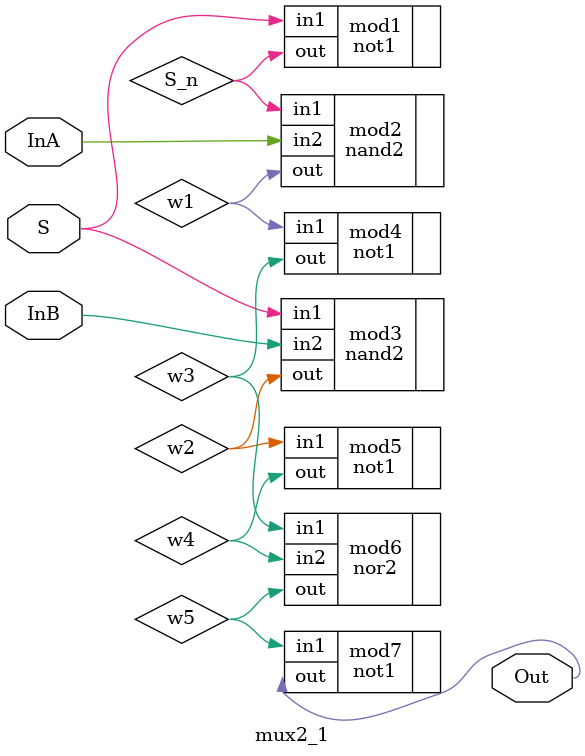
<source format=v>
module mux2_1(InA, InB, S, Out);
    input InA, InB, S;
    output Out;
    wire S, S_n, w1, w2, w3, w4, w5;
    not1 mod1(.in1(S), .out(S_n));
    nand2 mod2(.in1(S_n), .in2(InA), .out(w1));
    nand2 mod3(.in1(S), .in2(InB), .out(w2));
    not1 mod4(.in1(w1), .out(w3));
    not1 mod5(.in1(w2), .out(w4));
    nor2 mod6(.in1(w3), .in2(w4), .out(w5));
    not1 mod7(.in1(w5), .out(Out));
endmodule

</source>
